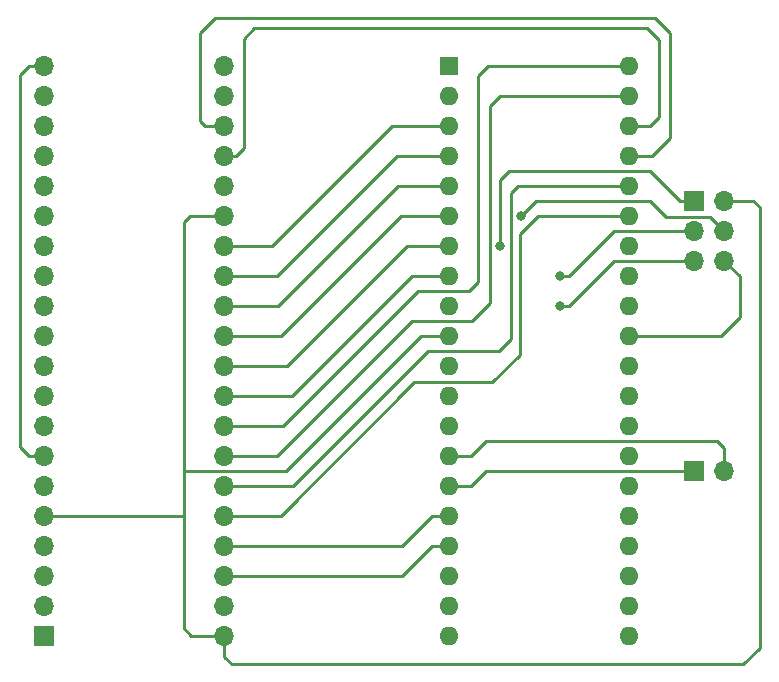
<source format=gbr>
%TF.GenerationSoftware,KiCad,Pcbnew,7.0.7*%
%TF.CreationDate,2024-02-24T19:25:05-05:00*%
%TF.ProjectId,m0110a_atmega32_thru_hole_pcb,6d303131-3061-45f6-9174-6d6567613332,rev?*%
%TF.SameCoordinates,Original*%
%TF.FileFunction,Copper,L1,Top*%
%TF.FilePolarity,Positive*%
%FSLAX46Y46*%
G04 Gerber Fmt 4.6, Leading zero omitted, Abs format (unit mm)*
G04 Created by KiCad (PCBNEW 7.0.7) date 2024-02-24 19:25:05*
%MOMM*%
%LPD*%
G01*
G04 APERTURE LIST*
%TA.AperFunction,ComponentPad*%
%ADD10R,1.700000X1.700000*%
%TD*%
%TA.AperFunction,ComponentPad*%
%ADD11O,1.700000X1.700000*%
%TD*%
%TA.AperFunction,ComponentPad*%
%ADD12R,1.600000X1.600000*%
%TD*%
%TA.AperFunction,ComponentPad*%
%ADD13O,1.600000X1.600000*%
%TD*%
%TA.AperFunction,ViaPad*%
%ADD14C,0.800000*%
%TD*%
%TA.AperFunction,Conductor*%
%ADD15C,0.250000*%
%TD*%
G04 APERTURE END LIST*
D10*
%TO.P,J1,1,Pin_1*%
%TO.N,unconnected-(J1-Pin_1-Pad1)*%
X93599000Y-118491000D03*
D11*
%TO.P,J1,2,Pin_2*%
%TO.N,unconnected-(J1-Pin_2-Pad2)*%
X93599000Y-115951000D03*
%TO.P,J1,3,Pin_3*%
%TO.N,unconnected-(J1-Pin_3-Pad3)*%
X93599000Y-113411000D03*
%TO.P,J1,4,Pin_4*%
%TO.N,RESET*%
X93599000Y-110871000D03*
%TO.P,J1,5,Pin_5*%
%TO.N,+5V*%
X93599000Y-108331000D03*
%TO.P,J1,6,Pin_6*%
%TO.N,unconnected-(J1-Pin_6-Pad6)*%
X93599000Y-105791000D03*
%TO.P,J1,7,Pin_7*%
%TO.N,GNDREF*%
X93599000Y-103251000D03*
%TO.P,J1,8,Pin_8*%
%TO.N,unconnected-(J1-Pin_8-Pad8)*%
X93599000Y-100711000D03*
%TO.P,J1,9,Pin_9*%
%TO.N,unconnected-(J1-Pin_9-Pad9)*%
X93599000Y-98171000D03*
%TO.P,J1,10,Pin_10*%
%TO.N,unconnected-(J1-Pin_10-Pad10)*%
X93599000Y-95631000D03*
%TO.P,J1,11,Pin_11*%
%TO.N,unconnected-(J1-Pin_11-Pad11)*%
X93599000Y-93091000D03*
%TO.P,J1,12,Pin_12*%
%TO.N,/COL7*%
X93599000Y-90551000D03*
%TO.P,J1,13,Pin_13*%
%TO.N,/COL6*%
X93599000Y-88011000D03*
%TO.P,J1,14,Pin_14*%
%TO.N,/COL5*%
X93599000Y-85471000D03*
%TO.P,J1,15,Pin_15*%
%TO.N,/COL4*%
X93599000Y-82931000D03*
%TO.P,J1,16,Pin_16*%
%TO.N,/COL3*%
X93599000Y-80391000D03*
%TO.P,J1,17,Pin_17*%
%TO.N,/COL2*%
X93599000Y-77851000D03*
%TO.P,J1,18,Pin_18*%
%TO.N,/COL1*%
X93599000Y-75311000D03*
%TO.P,J1,19,Pin_19*%
%TO.N,/COL0*%
X93599000Y-72771000D03*
%TO.P,J1,20,Pin_20*%
%TO.N,GNDREF*%
X93599000Y-70231000D03*
%TO.P,J1,21,Pin_21*%
%TO.N,/ROW0*%
X108839000Y-70231000D03*
%TO.P,J1,22,Pin_22*%
%TO.N,/ROW1*%
X108839000Y-72771000D03*
%TO.P,J1,23,Pin_23*%
%TO.N,/SHIFT*%
X108839000Y-75311000D03*
%TO.P,J1,24,Pin_24*%
%TO.N,/LOCK*%
X108839000Y-77851000D03*
%TO.P,J1,25,Pin_25*%
%TO.N,unconnected-(J1-Pin_25-Pad25)*%
X108839000Y-80391000D03*
%TO.P,J1,26,Pin_26*%
%TO.N,+5V*%
X108839000Y-82931000D03*
%TO.P,J1,27,Pin_27*%
%TO.N,/ROW2*%
X108839000Y-85471000D03*
%TO.P,J1,28,Pin_28*%
%TO.N,/ROW3*%
X108839000Y-88011000D03*
%TO.P,J1,29,Pin_29*%
%TO.N,/ROW4*%
X108839000Y-90551000D03*
%TO.P,J1,30,Pin_30*%
%TO.N,/ROW5*%
X108839000Y-93091000D03*
%TO.P,J1,31,Pin_31*%
%TO.N,/ROW6*%
X108839000Y-95631000D03*
%TO.P,J1,32,Pin_32*%
%TO.N,/ROW7*%
X108839000Y-98171000D03*
%TO.P,J1,33,Pin_33*%
%TO.N,/ROW8*%
X108839000Y-100711000D03*
%TO.P,J1,34,Pin_34*%
%TO.N,/ROW9*%
X108839000Y-103251000D03*
%TO.P,J1,35,Pin_35*%
%TO.N,/OPT*%
X108839000Y-105791000D03*
%TO.P,J1,36,Pin_36*%
%TO.N,/CMD*%
X108839000Y-108331000D03*
%TO.P,J1,37,Pin_37*%
%TO.N,/KB_CLK*%
X108839000Y-110871000D03*
%TO.P,J1,38,Pin_38*%
%TO.N,/KB_DATA*%
X108839000Y-113411000D03*
%TO.P,J1,39,Pin_39*%
%TO.N,unconnected-(J1-Pin_39-Pad39)*%
X108839000Y-115951000D03*
%TO.P,J1,40,Pin_40*%
%TO.N,+5V*%
X108839000Y-118491000D03*
%TD*%
D12*
%TO.P,U2,1,PB0*%
%TO.N,/ROW0*%
X127889000Y-70231000D03*
D13*
%TO.P,U2,2,PB1*%
%TO.N,/ROW1*%
X127889000Y-72771000D03*
%TO.P,U2,3,PB2*%
%TO.N,/ROW2*%
X127889000Y-75311000D03*
%TO.P,U2,4,PB3*%
%TO.N,/ROW3*%
X127889000Y-77851000D03*
%TO.P,U2,5,PB4*%
%TO.N,/ROW4*%
X127889000Y-80391000D03*
%TO.P,U2,6,PB5*%
%TO.N,/ROW5*%
X127889000Y-82931000D03*
%TO.P,U2,7,PB6*%
%TO.N,/ROW6*%
X127889000Y-85471000D03*
%TO.P,U2,8,PB7*%
%TO.N,/ROW7*%
X127889000Y-88011000D03*
%TO.P,U2,9,~{RESET}*%
%TO.N,RESET*%
X127889000Y-90551000D03*
%TO.P,U2,10,VCC*%
%TO.N,+5V*%
X127889000Y-93091000D03*
%TO.P,U2,11,GND*%
%TO.N,GNDREF*%
X127889000Y-95631000D03*
%TO.P,U2,12,XTAL2*%
%TO.N,unconnected-(U2-XTAL2-Pad12)*%
X127889000Y-98171000D03*
%TO.P,U2,13,XTAL1*%
%TO.N,unconnected-(U2-XTAL1-Pad13)*%
X127889000Y-100711000D03*
%TO.P,U2,14,PD0*%
%TO.N,/RXD*%
X127889000Y-103251000D03*
%TO.P,U2,15,PD1*%
%TO.N,/TXD*%
X127889000Y-105791000D03*
%TO.P,U2,16,PD2*%
%TO.N,/KB_CLK*%
X127889000Y-108331000D03*
%TO.P,U2,17,PD3*%
%TO.N,/KB_DATA*%
X127889000Y-110871000D03*
%TO.P,U2,18,PD4*%
%TO.N,unconnected-(U2-PD4-Pad18)*%
X127889000Y-113411000D03*
%TO.P,U2,19,PD5*%
%TO.N,unconnected-(U2-PD5-Pad19)*%
X127889000Y-115951000D03*
%TO.P,U2,20,PD6*%
%TO.N,unconnected-(U2-PD6-Pad20)*%
X127889000Y-118491000D03*
%TO.P,U2,21,PD7*%
%TO.N,unconnected-(U2-PD7-Pad21)*%
X143129000Y-118491000D03*
%TO.P,U2,22,PC0*%
%TO.N,/COL7*%
X143129000Y-115951000D03*
%TO.P,U2,23,PC1*%
%TO.N,/COL6*%
X143129000Y-113411000D03*
%TO.P,U2,24,PC2*%
%TO.N,/COL5*%
X143129000Y-110871000D03*
%TO.P,U2,25,PC3*%
%TO.N,/COL4*%
X143129000Y-108331000D03*
%TO.P,U2,26,PC4*%
%TO.N,/COL3*%
X143129000Y-105791000D03*
%TO.P,U2,27,PC5*%
%TO.N,/COL2*%
X143129000Y-103251000D03*
%TO.P,U2,28,PC6*%
%TO.N,/COL1*%
X143129000Y-100711000D03*
%TO.P,U2,29,PC7*%
%TO.N,/COL0*%
X143129000Y-98171000D03*
%TO.P,U2,30,AVCC*%
%TO.N,unconnected-(U2-AVCC-Pad30)*%
X143129000Y-95631000D03*
%TO.P,U2,31,GND*%
%TO.N,GNDREF*%
X143129000Y-93091000D03*
%TO.P,U2,32,AREF*%
%TO.N,unconnected-(U2-AREF-Pad32)*%
X143129000Y-90551000D03*
%TO.P,U2,33,PA7*%
%TO.N,unconnected-(U2-PA7-Pad33)*%
X143129000Y-88011000D03*
%TO.P,U2,34,PA6*%
%TO.N,unconnected-(U2-PA6-Pad34)*%
X143129000Y-85471000D03*
%TO.P,U2,35,PA5*%
%TO.N,/CMD*%
X143129000Y-82931000D03*
%TO.P,U2,36,PA4*%
%TO.N,/OPT*%
X143129000Y-80391000D03*
%TO.P,U2,37,PA3*%
%TO.N,/SHIFT*%
X143129000Y-77851000D03*
%TO.P,U2,38,PA2*%
%TO.N,/LOCK*%
X143129000Y-75311000D03*
%TO.P,U2,39,PA1*%
%TO.N,/ROW9*%
X143129000Y-72771000D03*
%TO.P,U2,40,PA0*%
%TO.N,/ROW8*%
X143129000Y-70231000D03*
%TD*%
D10*
%TO.P,J2,1,Pin_1*%
%TO.N,/ROW6*%
X148640800Y-81661000D03*
D11*
%TO.P,J2,2,Pin_2*%
%TO.N,+5V*%
X151180800Y-81661000D03*
%TO.P,J2,3,Pin_3*%
%TO.N,/ROW7*%
X148640800Y-84201000D03*
%TO.P,J2,4,Pin_4*%
%TO.N,/ROW5*%
X151180800Y-84201000D03*
%TO.P,J2,5,Pin_5*%
%TO.N,RESET*%
X148640800Y-86741000D03*
%TO.P,J2,6,Pin_6*%
%TO.N,GNDREF*%
X151180800Y-86741000D03*
%TD*%
D10*
%TO.P,J3,1,Pin_1*%
%TO.N,/TXD*%
X148640800Y-104521000D03*
D11*
%TO.P,J3,2,Pin_2*%
%TO.N,/RXD*%
X151180800Y-104521000D03*
%TD*%
D14*
%TO.N,RESET*%
X137287000Y-90551000D03*
%TO.N,/ROW5*%
X133985000Y-82931000D03*
%TO.N,/ROW6*%
X132207000Y-85471000D03*
%TO.N,/ROW7*%
X137287000Y-88011000D03*
%TD*%
D15*
%TO.N,/RXD*%
X150545800Y-101981000D02*
X151180800Y-102616000D01*
X129717800Y-103251000D02*
X130987800Y-101981000D01*
X127889000Y-103251000D02*
X129717800Y-103251000D01*
X130987800Y-101981000D02*
X150545800Y-101981000D01*
X151180800Y-102616000D02*
X151180800Y-104521000D01*
%TO.N,/TXD*%
X131038600Y-104521000D02*
X148640800Y-104521000D01*
X129768600Y-105791000D02*
X131038600Y-104521000D01*
X127889000Y-105791000D02*
X129768600Y-105791000D01*
%TO.N,GNDREF*%
X152501600Y-88061800D02*
X151180800Y-86741000D01*
X150876000Y-93091000D02*
X152501600Y-91465400D01*
X152501600Y-91465400D02*
X152501600Y-88061800D01*
X143129000Y-93091000D02*
X150876000Y-93091000D01*
%TO.N,RESET*%
X138049000Y-90551000D02*
X141859000Y-86741000D01*
X137287000Y-90551000D02*
X138049000Y-90551000D01*
%TO.N,/ROW5*%
X150005800Y-83026000D02*
X151180800Y-84201000D01*
X144907000Y-81661000D02*
X146272000Y-83026000D01*
X135255000Y-81661000D02*
X144907000Y-81661000D01*
%TO.N,/ROW7*%
X141859000Y-84201000D02*
X148640800Y-84201000D01*
X137287000Y-88011000D02*
X138049000Y-88011000D01*
%TO.N,+5V*%
X108839000Y-120269000D02*
X108839000Y-118491000D01*
X109474000Y-120904000D02*
X108839000Y-120269000D01*
X154178000Y-119507000D02*
X152781000Y-120904000D01*
%TO.N,/ROW6*%
X147447000Y-81661000D02*
X148640800Y-81661000D01*
X144907000Y-79121000D02*
X147447000Y-81661000D01*
X132969000Y-79121000D02*
X144907000Y-79121000D01*
X132207000Y-79883000D02*
X132969000Y-79121000D01*
%TO.N,+5V*%
X151180800Y-81661000D02*
X153644600Y-81661000D01*
%TO.N,/ROW6*%
X132207000Y-85471000D02*
X132207000Y-79883000D01*
%TO.N,+5V*%
X152781000Y-120904000D02*
X109474000Y-120904000D01*
%TO.N,RESET*%
X141859000Y-86741000D02*
X148640800Y-86741000D01*
%TO.N,/ROW5*%
X133985000Y-82931000D02*
X135255000Y-81661000D01*
%TO.N,/ROW7*%
X138049000Y-88011000D02*
X141859000Y-84201000D01*
%TO.N,+5V*%
X154178000Y-82194400D02*
X154178000Y-119507000D01*
%TO.N,/ROW5*%
X146272000Y-83026000D02*
X150005800Y-83026000D01*
%TO.N,+5V*%
X153644600Y-81661000D02*
X154178000Y-82194400D01*
%TO.N,GNDREF*%
X93599000Y-70231000D02*
X92329000Y-70231000D01*
X91567000Y-102489000D02*
X92329000Y-103251000D01*
X92329000Y-103251000D02*
X93599000Y-103251000D01*
X92329000Y-70231000D02*
X91567000Y-70993000D01*
X91567000Y-70993000D02*
X91567000Y-102489000D01*
%TO.N,+5V*%
X105410000Y-104521000D02*
X105410000Y-117856000D01*
X125476000Y-93091000D02*
X114046000Y-104521000D01*
X108839000Y-82931000D02*
X105943400Y-82931000D01*
X114046000Y-104521000D02*
X105410000Y-104521000D01*
X105410000Y-83464400D02*
X105410000Y-104521000D01*
X105410000Y-108331000D02*
X93599000Y-108331000D01*
X105410000Y-117856000D02*
X106045000Y-118491000D01*
X105943400Y-82931000D02*
X105410000Y-83464400D01*
X106045000Y-118491000D02*
X108839000Y-118491000D01*
X127889000Y-93091000D02*
X125476000Y-93091000D01*
%TO.N,/SHIFT*%
X107188000Y-75311000D02*
X106807000Y-74930000D01*
X108839000Y-75311000D02*
X107188000Y-75311000D01*
X145288000Y-66167000D02*
X146558000Y-67437000D01*
X145034000Y-77851000D02*
X143129000Y-77851000D01*
X108077000Y-66167000D02*
X145288000Y-66167000D01*
X106807000Y-67437000D02*
X108077000Y-66167000D01*
X146558000Y-67437000D02*
X146558000Y-76327000D01*
X106807000Y-74930000D02*
X106807000Y-67437000D01*
X146558000Y-76327000D02*
X145034000Y-77851000D01*
%TO.N,/LOCK*%
X109855000Y-77851000D02*
X110490000Y-77216000D01*
X145669000Y-68072000D02*
X145669000Y-74549000D01*
X108839000Y-77851000D02*
X109855000Y-77851000D01*
X144907000Y-75311000D02*
X143129000Y-75311000D01*
X110490000Y-77216000D02*
X110490000Y-67945000D01*
X145669000Y-74549000D02*
X144907000Y-75311000D01*
X111379000Y-67056000D02*
X144653000Y-67056000D01*
X110490000Y-67945000D02*
X111379000Y-67056000D01*
X144653000Y-67056000D02*
X145669000Y-68072000D01*
%TO.N,/ROW2*%
X123063000Y-75311000D02*
X127889000Y-75311000D01*
X112903000Y-85471000D02*
X123063000Y-75311000D01*
X108839000Y-85471000D02*
X112903000Y-85471000D01*
%TO.N,/ROW3*%
X123444000Y-77851000D02*
X127889000Y-77851000D01*
X113284000Y-88011000D02*
X123444000Y-77851000D01*
X108839000Y-88011000D02*
X113284000Y-88011000D01*
%TO.N,/ROW4*%
X113411000Y-90551000D02*
X123571000Y-80391000D01*
X123571000Y-80391000D02*
X127889000Y-80391000D01*
X108839000Y-90551000D02*
X113411000Y-90551000D01*
%TO.N,/ROW5*%
X113665000Y-93091000D02*
X123825000Y-82931000D01*
X108839000Y-93091000D02*
X113665000Y-93091000D01*
X123825000Y-82931000D02*
X127889000Y-82931000D01*
%TO.N,/ROW6*%
X124333000Y-85471000D02*
X127889000Y-85471000D01*
X108839000Y-95631000D02*
X114173000Y-95631000D01*
X114173000Y-95631000D02*
X124333000Y-85471000D01*
%TO.N,/ROW7*%
X108839000Y-98171000D02*
X114554000Y-98171000D01*
X124714000Y-88011000D02*
X127889000Y-88011000D01*
X114554000Y-98171000D02*
X124714000Y-88011000D01*
%TO.N,/ROW8*%
X113792000Y-100711000D02*
X125222000Y-89281000D01*
X129540000Y-89281000D02*
X130302000Y-88519000D01*
X125222000Y-89281000D02*
X129540000Y-89281000D01*
X130302000Y-88519000D02*
X130302000Y-71120000D01*
X108839000Y-100711000D02*
X113792000Y-100711000D01*
X131191000Y-70231000D02*
X143129000Y-70231000D01*
X130302000Y-71120000D02*
X131191000Y-70231000D01*
%TO.N,/ROW9*%
X113284000Y-103251000D02*
X124714000Y-91821000D01*
X131318000Y-90297000D02*
X131318000Y-73660000D01*
X108839000Y-103251000D02*
X113284000Y-103251000D01*
X131318000Y-73660000D02*
X132207000Y-72771000D01*
X132207000Y-72771000D02*
X143129000Y-72771000D01*
X124714000Y-91821000D02*
X129794000Y-91821000D01*
X129794000Y-91821000D02*
X131318000Y-90297000D01*
%TO.N,/OPT*%
X143129000Y-80391000D02*
X133731000Y-80391000D01*
X133731000Y-80391000D02*
X133096000Y-81026000D01*
X114681000Y-105791000D02*
X108839000Y-105791000D01*
X133096000Y-81026000D02*
X133096000Y-93345000D01*
X126111000Y-94361000D02*
X114681000Y-105791000D01*
X133096000Y-93345000D02*
X132080000Y-94361000D01*
X132080000Y-94361000D02*
X126111000Y-94361000D01*
%TO.N,/CMD*%
X133858000Y-84455000D02*
X133858000Y-94742000D01*
X131554000Y-97046000D02*
X124950000Y-97046000D01*
X124950000Y-97046000D02*
X113665000Y-108331000D01*
X133858000Y-94742000D02*
X131554000Y-97046000D01*
X143129000Y-82931000D02*
X135382000Y-82931000D01*
X113665000Y-108331000D02*
X108839000Y-108331000D01*
X135382000Y-82931000D02*
X133858000Y-84455000D01*
%TO.N,/KB_CLK*%
X126466600Y-108331000D02*
X127889000Y-108331000D01*
X123926600Y-110871000D02*
X126466600Y-108331000D01*
X108839000Y-110871000D02*
X123926600Y-110871000D01*
%TO.N,/KB_DATA*%
X126466600Y-110871000D02*
X123926600Y-113411000D01*
X123926600Y-113411000D02*
X108839000Y-113411000D01*
X127889000Y-110871000D02*
X126466600Y-110871000D01*
%TD*%
M02*

</source>
